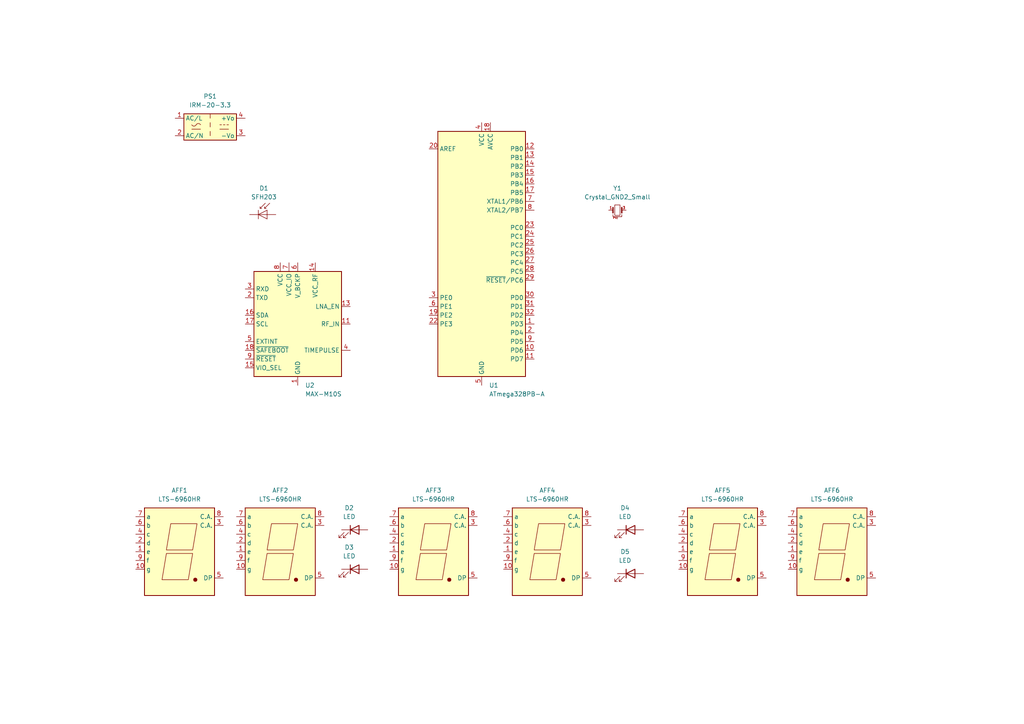
<source format=kicad_sch>
(kicad_sch (version 20250114) (generator "eeschema") (generator_version "9.0")
  (paper "A4")
  (lib_symbols
    (symbol "Converter_ACDC:IRM-20-3.3"
      (property "Reference" "PS" (at 0 5.08 0))
      (property "Value" "IRM-20-3.3" (at 0 -5.08 0))
      (symbol "IRM-20-3.3_0_1"
        (rectangle (start -7.62 3.81) (end 7.62 -3.81) (stroke (width 0.254)) (fill (type background)))
        (polyline (pts (xy -5.334 -0.635) (xy -2.794 -0.635)))
        (arc (start -4.064 0.635) (mid -4.699 0.2495) (end -5.334 0.635))
        (arc (start -4.064 0.635) (mid -3.429 1.0072) (end -2.794 0.635))
        (polyline (pts (xy 0 3.81) (xy 0 2.54)))
        (polyline (pts (xy 0 1.27) (xy 0 0)))
        (polyline (pts (xy 0 -1.27) (xy 0 -2.54)))
        (polyline (pts (xy 2.794 0.635) (xy 3.302 0.635)))
        (polyline (pts (xy 2.794 -0.635) (xy 5.334 -0.635)))
        (polyline (pts (xy 3.81 0.635) (xy 4.318 0.635)))
        (polyline (pts (xy 4.826 0.635) (xy 5.334 0.635)))
      )
      (symbol "IRM-20-3.3_1_1"
        (pin power_in line (at -10.16 2.54 0) (length 2.54) (name "AC/L") (number "1"))
        (pin power_in line (at -10.16 -2.54 0) (length 2.54) (name "AC/N") (number "2"))
        (pin power_out line (at 10.16 2.54 180) (length 2.54) (name "+Vo") (number "4"))
        (pin power_out line (at 10.16 -2.54 180) (length 2.54) (name "-Vo") (number "3"))
      )
    )
    (symbol "Device:Crystal_GND2_Small" (pin_names (offset 1.016) (hide yes))
      (property "Reference" "Y" (at 0 5.08 0))
      (property "Value" "Crystal_GND2_Small" (at 0 3.175 0))
      (symbol "Crystal_GND2_Small_0_1"
        (polyline (pts (xy -1.27 -0.762) (xy -1.27 0.762)) (stroke (width 0.381)))
        (polyline (pts (xy -1.27 -1.27) (xy -1.27 -1.905) (xy 1.27 -1.905) (xy 1.27 -1.27)))
        (rectangle (start -0.762 -1.524) (end 0.762 1.524))
        (polyline (pts (xy 1.27 -0.762) (xy 1.27 0.762)) (stroke (width 0.381)))
      )
      (symbol "Crystal_GND2_Small_1_1"
        (pin passive line (at -2.54 0 0) (length 1.27) (name "1") (number "1"))
        (pin passive line (at 0 -2.54 90) (length 0.635) (name "2") (number "2"))
        (pin passive line (at 2.54 0 180) (length 1.27) (name "3") (number "3"))
      )
    )
    (symbol "Device:LED" (pin_numbers (hide yes)) (pin_names (offset 1.016) (hide yes))
      (property "Reference" "D" (at 0 2.54 0))
      (property "Value" "LED" (at 0 -2.54 0))
      (symbol "LED_0_1"
        (polyline (pts (xy -3.048 -0.762) (xy -4.572 -2.286) (xy -3.81 -2.286) (xy -4.572 -2.286) (xy -4.572 -1.524)))
        (polyline (pts (xy -1.778 -0.762) (xy -3.302 -2.286) (xy -2.54 -2.286) (xy -3.302 -2.286) (xy -3.302 -1.524)))
        (polyline (pts (xy -1.27 0) (xy 1.27 0)))
        (polyline (pts (xy -1.27 -1.27) (xy -1.27 1.27)) (stroke (width 0.254)))
        (polyline (pts (xy 1.27 -1.27) (xy 1.27 1.27) (xy -1.27 0) (xy 1.27 -1.27)) (stroke (width 0.254)))
      )
      (symbol "LED_1_1"
        (pin passive line (at -3.81 0 0) (length 2.54) (name "K") (number "1"))
        (pin passive line (at 3.81 0 180) (length 2.54) (name "A") (number "2"))
      )
    )
    (symbol "Display_Character:LTS-6960HR"
      (property "Reference" "AFF" (at -7.874 13.97 0))
      (property "Value" "LTS-6960HR" (at -2.032 13.97 0))
      (symbol "LTS-6960HR_0_1"
        (rectangle (start -10.16 12.7) (end 10.16 -12.7) (stroke (width 0.254)) (fill (type background)))
        (polyline (pts (xy -3.81 -0.508) (xy 3.81 -0.508) (xy 2.54 -8.128) (xy -5.08 -8.128) (xy -3.81 -0.508) (xy -3.81 -0.508)))
        (polyline (pts (xy -2.54 8.128) (xy 5.08 8.128) (xy 3.81 0.508) (xy -3.81 0.508) (xy -2.54 8.128) (xy -2.54 8.128)))
        (circle (center 4.572 -8.128) (radius 0.508) (fill (type outline)))
      )
      (symbol "LTS-6960HR_1_1"
        (pin passive line (at -12.7 10.16 0) (length 2.54) (name "a") (number "7"))
        (pin passive line (at -12.7 7.62 0) (length 2.54) (name "b") (number "6"))
        (pin passive line (at -12.7 5.08 0) (length 2.54) (name "c") (number "4"))
        (pin passive line (at -12.7 2.54 0) (length 2.54) (name "d") (number "2"))
        (pin passive line (at -12.7 0 0) (length 2.54) (name "e") (number "1"))
        (pin passive line (at -12.7 -2.54 0) (length 2.54) (name "f") (number "9"))
        (pin passive line (at -12.7 -5.08 0) (length 2.54) (name "g") (number "10"))
        (pin passive line (at 12.7 10.16 180) (length 2.54) (name "C.A.") (number "8"))
        (pin passive line (at 12.7 7.62 180) (length 2.54) (name "C.A.") (number "3"))
        (pin passive line (at 12.7 -7.62 180) (length 2.54) (name "DP") (number "5"))
      )
    )
    (symbol "MCU_Microchip_ATmega:ATmega328PB-A"
      (property "Reference" "U" (at -12.7 36.83 0))
      (property "Value" "ATmega328PB-A" (at 2.54 -36.83 0))
      (symbol "ATmega328PB-A_0_1"
        (rectangle (start -12.7 -35.56) (end 12.7 35.56) (stroke (width 0.254)) (fill (type background)))
      )
      (symbol "ATmega328PB-A_1_1"
        (pin passive line (at -15.24 30.48 0) (length 2.54) (name "AREF") (number "20"))
        (pin bidirectional line (at -15.24 -12.7 0) (length 2.54) (name "PE0") (number "3"))
        (pin bidirectional line (at -15.24 -15.24 0) (length 2.54) (name "PE1") (number "6"))
        (pin bidirectional line (at -15.24 -17.78 0) (length 2.54) (name "PE2") (number "19"))
        (pin bidirectional line (at -15.24 -20.32 0) (length 2.54) (name "PE3") (number "22"))
        (pin power_in line (at 0 38.1 270) (length 2.54) (name "VCC") (number "4"))
        (pin passive line (at 0 -38.1 90) (length 2.54) (hide yes) (name "GND") (number "21"))
        (pin power_in line (at 0 -38.1 90) (length 2.54) (name "GND") (number "5"))
        (pin power_in line (at 2.54 38.1 270) (length 2.54) (name "AVCC") (number "18"))
        (pin bidirectional line (at 15.24 30.48 180) (length 2.54) (name "PB0") (number "12"))
        (pin bidirectional line (at 15.24 27.94 180) (length 2.54) (name "PB1") (number "13"))
        (pin bidirectional line (at 15.24 25.4 180) (length 2.54) (name "PB2") (number "14"))
        (pin bidirectional line (at 15.24 22.86 180) (length 2.54) (name "PB3") (number "15"))
        (pin bidirectional line (at 15.24 20.32 180) (length 2.54) (name "PB4") (number "16"))
        (pin bidirectional line (at 15.24 17.78 180) (length 2.54) (name "PB5") (number "17"))
        (pin bidirectional line (at 15.24 15.24 180) (length 2.54) (name "XTAL1/PB6") (number "7"))
        (pin bidirectional line (at 15.24 12.7 180) (length 2.54) (name "XTAL2/PB7") (number "8"))
        (pin bidirectional line (at 15.24 7.62 180) (length 2.54) (name "PC0") (number "23"))
        (pin bidirectional line (at 15.24 5.08 180) (length 2.54) (name "PC1") (number "24"))
        (pin bidirectional line (at 15.24 2.54 180) (length 2.54) (name "PC2") (number "25"))
        (pin bidirectional line (at 15.24 0 180) (length 2.54) (name "PC3") (number "26"))
        (pin bidirectional line (at 15.24 -2.54 180) (length 2.54) (name "PC4") (number "27"))
        (pin bidirectional line (at 15.24 -5.08 180) (length 2.54) (name "PC5") (number "28"))
        (pin bidirectional line (at 15.24 -7.62 180) (length 2.54) (name "~{RESET}/PC6") (number "29"))
        (pin bidirectional line (at 15.24 -12.7 180) (length 2.54) (name "PD0") (number "30"))
        (pin bidirectional line (at 15.24 -15.24 180) (length 2.54) (name "PD1") (number "31"))
        (pin bidirectional line (at 15.24 -17.78 180) (length 2.54) (name "PD2") (number "32"))
        (pin bidirectional line (at 15.24 -20.32 180) (length 2.54) (name "PD3") (number "1"))
        (pin bidirectional line (at 15.24 -22.86 180) (length 2.54) (name "PD4") (number "2"))
        (pin bidirectional line (at 15.24 -25.4 180) (length 2.54) (name "PD5") (number "9"))
        (pin bidirectional line (at 15.24 -27.94 180) (length 2.54) (name "PD6") (number "10"))
        (pin bidirectional line (at 15.24 -30.48 180) (length 2.54) (name "PD7") (number "11"))
      )
    )
    (symbol "RF_GPS:MAX-M10S"
      (property "Reference" "U" (at -10.16 16.51 0))
      (property "Value" "MAX-M10S" (at 11.43 16.51 0))
      (symbol "MAX-M10S_0_1"
        (rectangle (start 12.7 15.24) (end -12.7 -15.24) (stroke (width 0.254)) (fill (type background)))
      )
      (symbol "MAX-M10S_1_1"
        (pin input line (at -15.24 10.16 0) (length 2.54) (name "RXD") (number "3"))
        (pin output line (at -15.24 7.62 0) (length 2.54) (name "TXD") (number "2"))
        (pin bidirectional line (at -15.24 2.54 0) (length 2.54) (name "SDA") (number "16"))
        (pin input line (at -15.24 0 0) (length 2.54) (name "SCL") (number "17"))
        (pin input line (at -15.24 -5.08 0) (length 2.54) (name "EXTINT") (number "5"))
        (pin input line (at -15.24 -7.62 0) (length 2.54) (name "~{SAFEBOOT}") (number "18"))
        (pin input line (at -15.24 -10.16 0) (length 2.54) (name "~{RESET}") (number "9"))
        (pin input line (at -15.24 -12.7 0) (length 2.54) (name "VIO_SEL") (number "15"))
        (pin power_in line (at -5.08 17.78 270) (length 2.54) (name "VCC") (number "8"))
        (pin power_in line (at -2.54 17.78 270) (length 2.54) (name "VCC_IO") (number "7"))
        (pin power_in line (at 0 17.78 270) (length 2.54) (name "V_BCKP") (number "6"))
        (pin power_in line (at 0 -17.78 90) (length 2.54) (name "GND") (number "1"))
        (pin passive line (at 0 -17.78 90) (length 2.54) (hide yes) (name "GND") (number "10"))
        (pin passive line (at 0 -17.78 90) (length 2.54) (hide yes) (name "GND") (number "12"))
        (pin power_out line (at 5.08 17.78 270) (length 2.54) (name "VCC_RF") (number "14"))
        (pin output line (at 15.24 5.08 180) (length 2.54) (name "LNA_EN") (number "13"))
        (pin input line (at 15.24 0 180) (length 2.54) (name "RF_IN") (number "11"))
        (pin output line (at 15.24 -7.62 180) (length 2.54) (name "TIMEPULSE") (number "4"))
      )
    )
    (symbol "Sensor_Optical:SFH203" (pin_numbers (hide yes)) (pin_names (hide yes))
      (property "Reference" "D" (at 0.508 1.778 0))
      (property "Value" "SFH203" (at -1.016 -2.794 0))
      (symbol "SFH203_0_1"
        (polyline (pts (xy -2.54 1.27) (xy -2.54 -1.27)) (stroke (width 0.1524)))
        (polyline (pts (xy -2.54 0) (xy 0 0)))
        (polyline (pts (xy -2.032 1.778) (xy -1.524 1.778)))
        (polyline (pts (xy -0.508 3.302) (xy -2.032 1.778) (xy -2.032 2.286)))
        (polyline (pts (xy 0 1.27) (xy -2.54 0) (xy 0 -1.27)))
        (polyline (pts (xy 0 -1.27) (xy 0 1.27)))
        (polyline (pts (xy 0.762 3.302) (xy -0.762 1.778) (xy -0.762 2.286) (xy -0.762 1.778) (xy -0.254 1.778)))
      )
      (symbol "SFH203_1_1"
        (pin passive line (at -5.08 0 0) (length 2.54) (name "K") (number "1"))
        (pin passive line (at 2.54 0 180) (length 2.54) (name "A") (number "2"))
      )
    )
  )
  (symbol (lib_id "Display_Character:LTS-6960HR") (at 241.3 160.02 0) (unit 1)
    (property "Reference" "AFF6" (at 241.3 142.24 0))
    (property "Value" "LTS-6960HR" (at 241.3 144.78 0))
    (property "Footprint" "Display_7Segment:7SegmentLED_LTS6760_LTS6780" (effects (hide yes)))
    (property "Datasheet" "https://datasheet.octopart.com/LTS-6960HR-Lite-On-datasheet-11803242.pdf" (effects (hide yes)))
    (property "Description" "DISPLAY 7 SEGMENTS common A." (effects (hide yes)))
  )
  (symbol (lib_id "Device:Crystal_GND2_Small") (at 179.07 60.96 0) (unit 1)
    (property "Reference" "Y1" (at 179.07 54.61 0))
    (property "Value" "Crystal_GND2_Small" (at 179.07 57.15 0))
    (property "Description" "Three pin crystal, GND on pin 2, small symbol" (effects (hide yes)))
  )
  (symbol (lib_id "Device:LED") (at 182.88 166.37 0) (unit 1)
    (property "Reference" "D5" (at 181.2925 160.02 0))
    (property "Value" "LED" (at 181.2925 162.56 0))
    (property "Footprint" "LED_THT:LED_D5.0mm" (effects (hide yes)))
    (property "Description" "Light emitting diode" (effects (hide yes)))
    (property "Sim.Pins" "1=K 2=A" (effects (hide yes)))
  )
  (symbol (lib_id "RF_GPS:MAX-M10S") (at 86.36 93.98 0) (unit 1)
    (property "Reference" "U2" (at 88.5033 111.76 0) (effects (justify left)))
    (property "Value" "MAX-M10S" (at 88.5033 114.3 0) (effects (justify left)))
    (property "Footprint" "RF_GPS:ublox_MAX" (effects (hide yes)))
    (property "Datasheet" "https://content.u-blox.com/sites/default/files/MAX-M10S_DataSheet_UBX-20035208.pdf" (effects (hide yes)))
    (property "Description" "GNSS Module MAX M10, VCC 1.65V to 3.6V" (effects (hide yes)))
  )
  (symbol (lib_id "Device:LED") (at 102.87 153.67 0) (unit 1)
    (property "Reference" "D2" (at 101.2825 147.32 0))
    (property "Value" "LED" (at 101.2825 149.86 0))
    (property "Footprint" "LED_THT:LED_D5.0mm" (effects (hide yes)))
    (property "Description" "Light emitting diode" (effects (hide yes)))
    (property "Sim.Pins" "1=K 2=A" (effects (hide yes)))
  )
  (symbol (lib_id "Display_Character:LTS-6960HR") (at 81.28 160.02 0) (unit 1)
    (property "Reference" "AFF2" (at 81.28 142.24 0))
    (property "Value" "LTS-6960HR" (at 81.28 144.78 0))
    (property "Footprint" "Display_7Segment:7SegmentLED_LTS6760_LTS6780" (effects (hide yes)))
    (property "Datasheet" "https://datasheet.octopart.com/LTS-6960HR-Lite-On-datasheet-11803242.pdf" (effects (hide yes)))
    (property "Description" "DISPLAY 7 SEGMENTS common A." (effects (hide yes)))
  )
  (symbol (lib_id "Sensor_Optical:SFH203") (at 77.47 62.23 0) (unit 1)
    (property "Reference" "D1" (at 76.5429 54.61 0))
    (property "Value" "SFH203" (at 76.5429 57.15 0))
    (property "Footprint" "LED_THT:LED_D5.0mm_IRGrey" (effects (hide yes)))
    (property "Datasheet" "http://www.osram-os.com/Graphics/XPic9/00101656_0.pdf/SFH%20203,%20SFH%20203%20FA,%20Lead%20(Pb)%20Free%20Product%20-%20RoHS%20Compliant.pdf" (effects (hide yes)))
    (property "Description" "Silicon PIN Photodiode" (effects (hide yes)))
  )
  (symbol (lib_id "Converter_ACDC:IRM-20-3.3") (at 60.96 36.83 0) (unit 1)
    (property "Reference" "PS1" (at 60.96 27.94 0))
    (property "Value" "IRM-20-3.3" (at 60.96 30.48 0))
    (property "Footprint" "Converter_ACDC:Converter_ACDC_MeanWell_IRM-20-xx_THT" (effects (hide yes)))
    (property "Datasheet" "http://www.meanwell.com/Upload/PDF/IRM-20/IRM-20-SPEC.PDF" (effects (hide yes)))
    (property "Description" "3.3V, 4.5A, 14.85W, Isolated, AC-DC, 219A(IRM20)" (effects (hide yes)))
  )
  (symbol (lib_id "Device:LED") (at 102.87 165.1 0) (unit 1)
    (property "Reference" "D3" (at 101.2825 158.75 0))
    (property "Value" "LED" (at 101.2825 161.29 0))
    (property "Footprint" "LED_THT:LED_D5.0mm" (effects (hide yes)))
    (property "Description" "Light emitting diode" (effects (hide yes)))
    (property "Sim.Pins" "1=K 2=A" (effects (hide yes)))
  )
  (symbol (lib_id "Display_Character:LTS-6960HR") (at 125.73 160.02 0) (unit 1)
    (property "Reference" "AFF3" (at 125.73 142.24 0))
    (property "Value" "LTS-6960HR" (at 125.73 144.78 0))
    (property "Footprint" "Display_7Segment:7SegmentLED_LTS6760_LTS6780" (effects (hide yes)))
    (property "Datasheet" "https://datasheet.octopart.com/LTS-6960HR-Lite-On-datasheet-11803242.pdf" (effects (hide yes)))
    (property "Description" "DISPLAY 7 SEGMENTS common A." (effects (hide yes)))
  )
  (symbol (lib_id "Display_Character:LTS-6960HR") (at 209.55 160.02 0) (unit 1)
    (property "Reference" "AFF5" (at 209.55 142.24 0))
    (property "Value" "LTS-6960HR" (at 209.55 144.78 0))
    (property "Footprint" "Display_7Segment:7SegmentLED_LTS6760_LTS6780" (effects (hide yes)))
    (property "Datasheet" "https://datasheet.octopart.com/LTS-6960HR-Lite-On-datasheet-11803242.pdf" (effects (hide yes)))
    (property "Description" "DISPLAY 7 SEGMENTS common A." (effects (hide yes)))
  )
  (symbol (lib_id "Device:LED") (at 182.88 153.67 0) (unit 1)
    (property "Reference" "D4" (at 181.2925 147.32 0))
    (property "Value" "LED" (at 181.2925 149.86 0))
    (property "Footprint" "LED_THT:LED_D5.0mm" (effects (hide yes)))
    (property "Description" "Light emitting diode" (effects (hide yes)))
    (property "Sim.Pins" "1=K 2=A" (effects (hide yes)))
  )
  (symbol (lib_id "Display_Character:LTS-6960HR") (at 52.07 160.02 0) (unit 1)
    (property "Reference" "AFF1" (at 52.07 142.24 0))
    (property "Value" "LTS-6960HR" (at 52.07 144.78 0))
    (property "Footprint" "Display_7Segment:7SegmentLED_LTS6760_LTS6780" (effects (hide yes)))
    (property "Datasheet" "https://datasheet.octopart.com/LTS-6960HR-Lite-On-datasheet-11803242.pdf" (effects (hide yes)))
    (property "Description" "DISPLAY 7 SEGMENTS common A." (effects (hide yes)))
  )
  (symbol (lib_id "MCU_Microchip_ATmega:ATmega328PB-A") (at 139.7 73.66 0) (unit 1)
    (property "Reference" "U1" (at 141.8433 111.76 0) (effects (justify left)))
    (property "Value" "ATmega328PB-A" (at 141.8433 114.3 0) (effects (justify left)))
    (property "Footprint" "Package_QFP:TQFP-32_7x7mm_P0.8mm" (effects (hide yes)))
    (property "Datasheet" "http://ww1.microchip.com/downloads/en/DeviceDoc/40001906C.pdf" (effects (hide yes)))
    (property "Description" "20MHz, 32kB Flash, 2kB SRAM, 1kB EEPROM, TQFP-32" (effects (hide yes)))
  )
  (symbol (lib_id "Display_Character:LTS-6960HR") (at 158.75 160.02 0) (unit 1)
    (property "Reference" "AFF4" (at 158.75 142.24 0))
    (property "Value" "LTS-6960HR" (at 158.75 144.78 0))
    (property "Footprint" "Display_7Segment:7SegmentLED_LTS6760_LTS6780" (effects (hide yes)))
    (property "Datasheet" "https://datasheet.octopart.com/LTS-6960HR-Lite-On-datasheet-11803242.pdf" (effects (hide yes)))
    (property "Description" "DISPLAY 7 SEGMENTS common A." (effects (hide yes)))
  )
)
</source>
